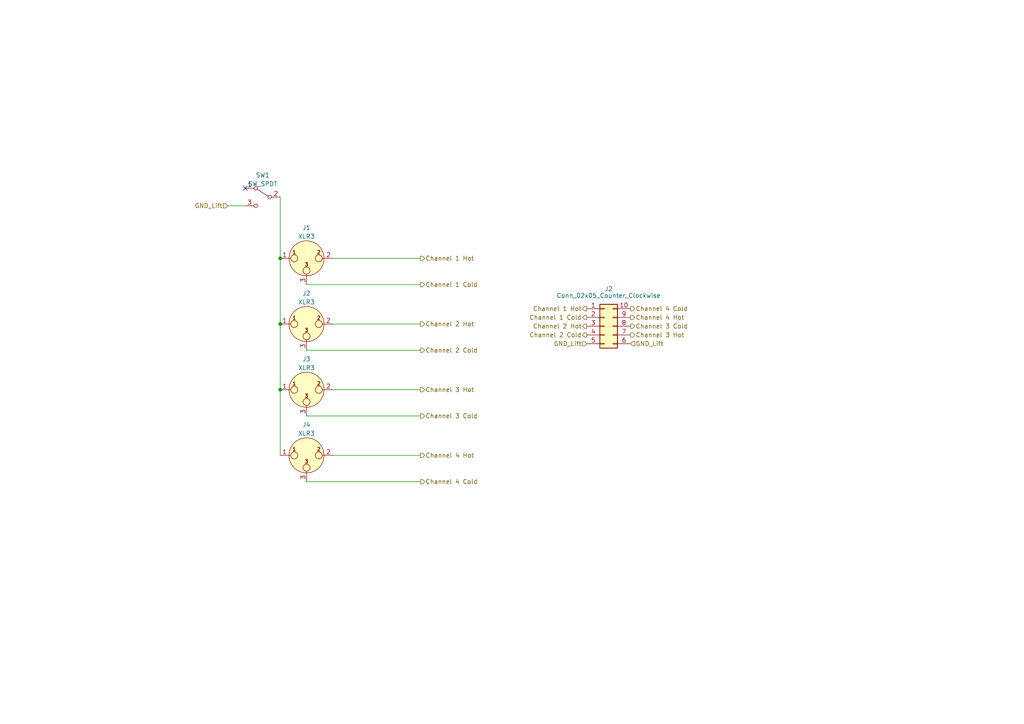
<source format=kicad_sch>
(kicad_sch (version 20230121) (generator eeschema)
  (paper "A4")
  (lib_symbols
    (symbol "Connector_Audio:XLR3" (pin_names hide)
      (property "Reference" "J" (at 0 8.89 0))
      (property "Value" "XLR3" (at 0 6.35 0))
      (symbol "XLR3_0_1"
        (circle (center -3.556 0) (radius 1.016))
        (circle (center 0 -3.556) (radius 1.016))
        (polyline (pts (xy -5.08 0) (xy -4.572 0)))
        (polyline (pts (xy 0 -5.08) (xy 0 -4.572)))
        (polyline (pts (xy 5.08 0) (xy 4.572 0)))
        (circle (center 0 0) (radius 5.08) (fill (type background)))
        (circle (center 3.556 0) (radius 1.016))
        (text "1" (at -3.556 1.778 0) (effects (font (size 1.016 1.016) bold)))
        (text "2" (at 3.556 1.778 0) (effects (font (size 1.016 1.016) bold)))
        (text "3" (at 0 -1.778 0) (effects (font (size 1.016 1.016) bold)))
        (pin passive line (at -7.62 0 0) (length 2.54) (name "~") (number "1"))
        (pin passive line (at 7.62 0 180) (length 2.54) (name "~") (number "2"))
        (pin passive line (at 0 -7.62 90) (length 2.54) (name "~") (number "3"))
      )
    )
    (symbol "Connector_Generic:Conn_02x05_Counter_Clockwise" (pin_names (offset 1.016) hide)
      (property "Reference" "J" (at 1.27 7.62 0))
      (property "Value" "Conn_02x05_Counter_Clockwise" (at 1.27 -7.62 0))
      (symbol "Conn_02x05_Counter_Clockwise_1_1"
        (rectangle (start -1.27 -4.953) (end 0 -5.207) (stroke (width 0.1524)))
        (rectangle (start -1.27 -2.413) (end 0 -2.667) (stroke (width 0.1524)))
        (rectangle (start -1.27 0.127) (end 0 -0.127) (stroke (width 0.1524)))
        (rectangle (start -1.27 2.667) (end 0 2.413) (stroke (width 0.1524)))
        (rectangle (start -1.27 5.207) (end 0 4.953) (stroke (width 0.1524)))
        (rectangle (start -1.27 6.35) (end 3.81 -6.35) (stroke (width 0.254)) (fill (type background)))
        (rectangle (start 3.81 -4.953) (end 2.54 -5.207) (stroke (width 0.1524)))
        (rectangle (start 3.81 -2.413) (end 2.54 -2.667) (stroke (width 0.1524)))
        (rectangle (start 3.81 0.127) (end 2.54 -0.127) (stroke (width 0.1524)))
        (rectangle (start 3.81 2.667) (end 2.54 2.413) (stroke (width 0.1524)))
        (rectangle (start 3.81 5.207) (end 2.54 4.953) (stroke (width 0.1524)))
        (pin passive line (at -5.08 5.08 0) (length 3.81) (name "Pin_1") (number "1"))
        (pin passive line (at 7.62 5.08 180) (length 3.81) (name "Pin_10") (number "10"))
        (pin passive line (at -5.08 2.54 0) (length 3.81) (name "Pin_2") (number "2"))
        (pin passive line (at -5.08 0 0) (length 3.81) (name "Pin_3") (number "3"))
        (pin passive line (at -5.08 -2.54 0) (length 3.81) (name "Pin_4") (number "4"))
        (pin passive line (at -5.08 -5.08 0) (length 3.81) (name "Pin_5") (number "5"))
        (pin passive line (at 7.62 -5.08 180) (length 3.81) (name "Pin_6") (number "6"))
        (pin passive line (at 7.62 -2.54 180) (length 3.81) (name "Pin_7") (number "7"))
        (pin passive line (at 7.62 0 180) (length 3.81) (name "Pin_8") (number "8"))
        (pin passive line (at 7.62 2.54 180) (length 3.81) (name "Pin_9") (number "9"))
      )
    )
    (symbol "Switch:SW_SPDT" (pin_names (offset 0) hide)
      (property "Reference" "SW" (at 0 4.318 0))
      (property "Value" "SW_SPDT" (at 0 -5.08 0))
      (symbol "SW_SPDT_0_0"
        (circle (center -2.032 0) (radius 0.508))
        (circle (center 2.032 -2.54) (radius 0.508))
      )
      (symbol "SW_SPDT_0_1"
        (polyline (pts (xy -1.524 0.254) (xy 1.651 2.286)))
        (circle (center 2.032 2.54) (radius 0.508))
      )
      (symbol "SW_SPDT_1_1"
        (pin passive line (at 5.08 2.54 180) (length 2.54) (name "A") (number "1"))
        (pin passive line (at -5.08 0 0) (length 2.54) (name "B") (number "2"))
        (pin passive line (at 5.08 -2.54 180) (length 2.54) (name "C") (number "3"))
      )
    )
  )
  (junction (at 81.28 113.03))
  (junction (at 81.28 93.98))
  (junction (at 81.28 74.93))
  (no_connect (at 71.12 54.61))
  (wire (pts (xy 81.28 74.93) (xy 81.28 93.98)))
  (wire (pts (xy 88.9 101.6) (xy 121.92 101.6)))
  (wire (pts (xy 88.9 82.55) (xy 121.92 82.55)))
  (wire (pts (xy 96.52 74.93) (xy 121.92 74.93)))
  (wire (pts (xy 88.9 120.65) (xy 121.92 120.65)))
  (wire (pts (xy 81.28 113.03) (xy 81.28 132.08)))
  (wire (pts (xy 96.52 113.03) (xy 121.92 113.03)))
  (wire (pts (xy 88.9 139.7) (xy 121.92 139.7)))
  (wire (pts (xy 96.52 93.98) (xy 121.92 93.98)))
  (wire (pts (xy 96.52 132.08) (xy 121.92 132.08)))
  (wire (pts (xy 71.12 59.69) (xy 66.04 59.69)))
  (wire (pts (xy 81.28 93.98) (xy 81.28 113.03)))
  (wire (pts (xy 81.28 57.15) (xy 81.28 74.93)))
  (hierarchical_label "Channel 4 Hot" (shape output) (at 182.88 92.075 0))
  (hierarchical_label "Channel 1 Cold" (shape output) (at 121.92 82.55 0))
  (hierarchical_label "Channel 4 Cold" (shape output) (at 182.88 89.535 0))
  (hierarchical_label "GND_Lift" (shape input) (at 66.04 59.69 180))
  (hierarchical_label "Channel 3 Hot" (shape output) (at 182.88 97.155 0))
  (hierarchical_label "Channel 1 Hot" (shape output) (at 170.18 89.535 180))
  (hierarchical_label "Channel 3 Cold" (shape output) (at 182.88 94.615 0))
  (hierarchical_label "Channel 1 Hot" (shape output) (at 121.92 74.93 0))
  (hierarchical_label "GND_Lift" (shape input) (at 170.18 99.695 180))
  (hierarchical_label "Channel 1 Cold" (shape output) (at 170.18 92.075 180))
  (hierarchical_label "Channel 2 Hot" (shape output) (at 121.92 93.98 0))
  (hierarchical_label "Channel 2 Hot" (shape output) (at 170.18 94.615 180))
  (hierarchical_label "Channel 3 Hot" (shape output) (at 121.92 113.03 0))
  (hierarchical_label "Channel 2 Cold" (shape output) (at 121.92 101.6 0))
  (hierarchical_label "Channel 4 Hot" (shape output) (at 121.92 132.08 0))
  (hierarchical_label "Channel 2 Cold" (shape output) (at 170.18 97.155 180))
  (hierarchical_label "Channel 4 Cold" (shape output) (at 121.92 139.7 0))
  (hierarchical_label "Channel 3 Cold" (shape output) (at 121.92 120.65 0))
  (hierarchical_label "GND_Lift" (shape input) (at 182.88 99.695 0))
  (symbol (lib_id "Connector_Audio:XLR3") (at 88.9 113.03 0) (unit 1)
    (property "Reference" "J3" (at 88.9 104.14 0))
    (property "Value" "XLR3" (at 88.9 106.68 0))
    (property "Datasheet" " ~" (effects hide))
    (instances (project "EF_matrix" (path "" (reference "J3") (unit 1)) (path "" (reference "J7") (unit 1)) (path "" (reference "J11") (unit 1))))
  )
  (symbol (lib_id "Connector_Generic:Conn_02x05_Counter_Clockwise") (at 175.26 94.615 0) (unit 1)
    (property "Reference" "J2" (at 176.53 83.82 0))
    (property "Value" "Conn_02x05_Counter_Clockwise" (at 176.53 85.725 0))
    (instances (project "EF_matrix" (path "" (reference "J2") (unit 1)) (path "" (reference "J1") (unit 1)) (path "" (reference "J3") (unit 1))))
  )
  (symbol (lib_id "Connector_Audio:XLR3") (at 88.9 74.93 0) (unit 1)
    (property "Reference" "J1" (at 88.9 66.04 0))
    (property "Value" "XLR3" (at 88.9 68.58 0))
    (property "Datasheet" " ~" (effects hide))
    (instances (project "EF_matrix" (path "" (reference "J1") (unit 1)) (path "" (reference "J5") (unit 1)) (path "" (reference "J9") (unit 1))))
  )
  (symbol (lib_id "Switch:SW_SPDT") (at 76.2 57.15 0) (mirror y) (unit 1)
    (property "Reference" "SW1" (at 76.2 50.8 0))
    (property "Value" "SW_SPDT" (at 76.2 53.34 0))
    (instances (project "EF_matrix" (path "" (reference "SW1") (unit 1)) (path "" (reference "SW2") (unit 1)) (path "" (reference "SW3") (unit 1))))
  )
  (symbol (lib_id "Connector_Audio:XLR3") (at 88.9 132.08 0) (unit 1)
    (property "Reference" "J4" (at 88.9 123.19 0))
    (property "Value" "XLR3" (at 88.9 125.73 0))
    (property "Datasheet" " ~" (effects hide))
    (instances (project "EF_matrix" (path "" (reference "J4") (unit 1)) (path "" (reference "J8") (unit 1)) (path "" (reference "J12") (unit 1))))
  )
  (symbol (lib_id "Connector_Audio:XLR3") (at 88.9 93.98 0) (unit 1)
    (property "Reference" "J2" (at 88.9 85.09 0))
    (property "Value" "XLR3" (at 88.9 87.63 0))
    (property "Datasheet" " ~" (effects hide))
    (instances (project "EF_matrix" (path "" (reference "J2") (unit 1)) (path "" (reference "J6") (unit 1)) (path "" (reference "J10") (unit 1))))
  )
)
</source>
